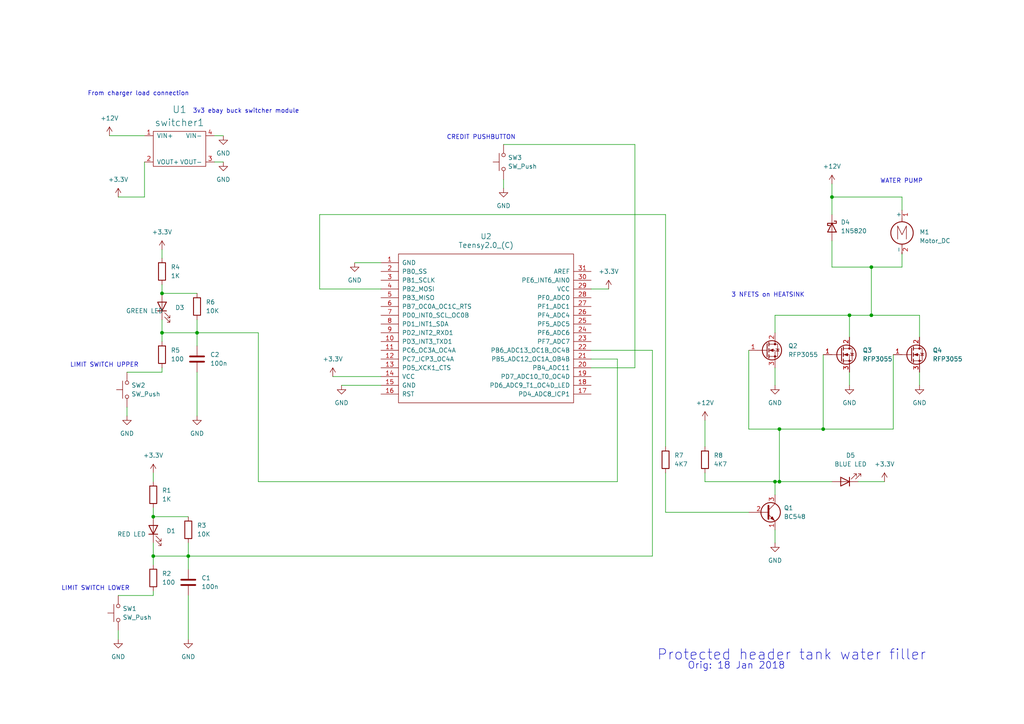
<source format=kicad_sch>
(kicad_sch (version 20230121) (generator eeschema)
  (paper "A4")
  (lib_symbols
    (symbol "Device:C" (pin_numbers hide) (pin_names (offset 0.254))
      (property "Reference" "C" (at 0.635 2.54 0))
      (property "Value" "C" (at 0.635 -2.54 0))
      (symbol "C_0_1"
        (polyline (pts (xy -2.032 -0.762) (xy 2.032 -0.762)) (stroke (width 0.508)))
        (polyline (pts (xy -2.032 0.762) (xy 2.032 0.762)) (stroke (width 0.508)))
      )
      (symbol "C_1_1"
        (pin passive line (at 0 3.81 270) (length 2.794) (name "~") (number "1"))
        (pin passive line (at 0 -3.81 90) (length 2.794) (name "~") (number "2"))
      )
    )
    (symbol "Device:D_Schottky" (pin_numbers hide) (pin_names (offset 1.016) hide)
      (property "Reference" "D" (at 0 2.54 0))
      (property "Value" "D_Schottky" (at 0 -2.54 0))
      (symbol "D_Schottky_0_1"
        (polyline (pts (xy 1.27 0) (xy -1.27 0)))
        (polyline (pts (xy 1.27 1.27) (xy 1.27 -1.27) (xy -1.27 0) (xy 1.27 1.27)) (stroke (width 0.254)))
        (polyline (pts (xy -1.905 0.635) (xy -1.905 1.27) (xy -1.27 1.27) (xy -1.27 -1.27) (xy -0.635 -1.27) (xy -0.635 -0.635)) (stroke (width 0.254)))
      )
      (symbol "D_Schottky_1_1"
        (pin passive line (at -3.81 0 0) (length 2.54) (name "K") (number "1"))
        (pin passive line (at 3.81 0 180) (length 2.54) (name "A") (number "2"))
      )
    )
    (symbol "Device:LED" (pin_numbers hide) (pin_names (offset 1.016) hide)
      (property "Reference" "D" (at 0 2.54 0))
      (property "Value" "LED" (at 0 -2.54 0))
      (symbol "LED_0_1"
        (polyline (pts (xy -1.27 -1.27) (xy -1.27 1.27)) (stroke (width 0.254)))
        (polyline (pts (xy -1.27 0) (xy 1.27 0)))
        (polyline (pts (xy 1.27 -1.27) (xy 1.27 1.27) (xy -1.27 0) (xy 1.27 -1.27)) (stroke (width 0.254)))
        (polyline (pts (xy -3.048 -0.762) (xy -4.572 -2.286) (xy -3.81 -2.286) (xy -4.572 -2.286) (xy -4.572 -1.524)))
        (polyline (pts (xy -1.778 -0.762) (xy -3.302 -2.286) (xy -2.54 -2.286) (xy -3.302 -2.286) (xy -3.302 -1.524)))
      )
      (symbol "LED_1_1"
        (pin passive line (at -3.81 0 0) (length 2.54) (name "K") (number "1"))
        (pin passive line (at 3.81 0 180) (length 2.54) (name "A") (number "2"))
      )
    )
    (symbol "Device:Q_NMOS_GDS" (pin_names (offset 0) hide)
      (property "Reference" "Q" (at 5.08 1.27 0))
      (property "Value" "Q_NMOS_GDS" (at 5.08 -1.27 0))
      (symbol "Q_NMOS_GDS_0_1"
        (polyline (pts (xy 0.254 0) (xy -2.54 0)))
        (polyline (pts (xy 0.254 1.905) (xy 0.254 -1.905)) (stroke (width 0.254)))
        (polyline (pts (xy 0.762 -1.27) (xy 0.762 -2.286)) (stroke (width 0.254)))
        (polyline (pts (xy 0.762 0.508) (xy 0.762 -0.508)) (stroke (width 0.254)))
        (polyline (pts (xy 0.762 2.286) (xy 0.762 1.27)) (stroke (width 0.254)))
        (polyline (pts (xy 2.54 2.54) (xy 2.54 1.778)))
        (polyline (pts (xy 2.54 -2.54) (xy 2.54 0) (xy 0.762 0)))
        (polyline (pts (xy 0.762 -1.778) (xy 3.302 -1.778) (xy 3.302 1.778) (xy 0.762 1.778)))
        (polyline (pts (xy 1.016 0) (xy 2.032 0.381) (xy 2.032 -0.381) (xy 1.016 0)) (fill (type outline)))
        (polyline (pts (xy 2.794 0.508) (xy 2.921 0.381) (xy 3.683 0.381) (xy 3.81 0.254)))
        (polyline (pts (xy 3.302 0.381) (xy 2.921 -0.254) (xy 3.683 -0.254) (xy 3.302 0.381)))
        (circle (center 1.651 0) (radius 2.794) (stroke (width 0.254)))
        (circle (center 2.54 -1.778) (radius 0.254) (fill (type outline)))
        (circle (center 2.54 1.778) (radius 0.254) (fill (type outline)))
      )
      (symbol "Q_NMOS_GDS_1_1"
        (pin input line (at -5.08 0 0) (length 2.54) (name "G") (number "1"))
        (pin passive line (at 2.54 5.08 270) (length 2.54) (name "D") (number "2"))
        (pin passive line (at 2.54 -5.08 90) (length 2.54) (name "S") (number "3"))
      )
    )
    (symbol "Device:Q_NPN_EBC" (pin_names (offset 0) hide)
      (property "Reference" "Q" (at 5.08 1.27 0))
      (property "Value" "Q_NPN_EBC" (at 5.08 -1.27 0))
      (symbol "Q_NPN_EBC_0_1"
        (polyline (pts (xy 0.635 0.635) (xy 2.54 2.54)))
        (polyline (pts (xy 0.635 -0.635) (xy 2.54 -2.54) (xy 2.54 -2.54)))
        (polyline (pts (xy 0.635 1.905) (xy 0.635 -1.905) (xy 0.635 -1.905)) (stroke (width 0.508)))
        (polyline (pts (xy 1.27 -1.778) (xy 1.778 -1.27) (xy 2.286 -2.286) (xy 1.27 -1.778) (xy 1.27 -1.778)) (fill (type outline)))
        (circle (center 1.27 0) (radius 2.8194) (stroke (width 0.254)))
      )
      (symbol "Q_NPN_EBC_1_1"
        (pin passive line (at 2.54 -5.08 90) (length 2.54) (name "E") (number "1"))
        (pin passive line (at -5.08 0 0) (length 5.715) (name "B") (number "2"))
        (pin passive line (at 2.54 5.08 270) (length 2.54) (name "C") (number "3"))
      )
    )
    (symbol "Device:R" (pin_numbers hide) (pin_names (offset 0))
      (property "Reference" "R" (at 2.032 0 90))
      (property "Value" "R" (at 0 0 90))
      (symbol "R_0_1"
        (rectangle (start -1.016 -2.54) (end 1.016 2.54) (stroke (width 0.254)))
      )
      (symbol "R_1_1"
        (pin passive line (at 0 3.81 270) (length 1.27) (name "~") (number "1"))
        (pin passive line (at 0 -3.81 90) (length 1.27) (name "~") (number "2"))
      )
    )
    (symbol "Motor:Motor_DC" (pin_names (offset 0))
      (property "Reference" "M" (at 2.54 2.54 0))
      (property "Value" "Motor_DC" (at 2.54 -5.08 0))
      (symbol "Motor_DC_0_0"
        (polyline (pts (xy -1.27 -3.302) (xy -1.27 0.508) (xy 0 -2.032) (xy 1.27 0.508) (xy 1.27 -3.302)))
      )
      (symbol "Motor_DC_0_1"
        (circle (center 0 -1.524) (radius 3.2512) (stroke (width 0.254)))
        (polyline (pts (xy 0 -7.62) (xy 0 -7.112)))
        (polyline (pts (xy 0 -4.7752) (xy 0 -5.1816)))
        (polyline (pts (xy 0 1.7272) (xy 0 2.0828)))
        (polyline (pts (xy 0 2.032) (xy 0 2.54)))
      )
      (symbol "Motor_DC_1_1"
        (pin passive line (at 0 5.08 270) (length 2.54) (name "+") (number "1"))
        (pin passive line (at 0 -7.62 90) (length 2.54) (name "-") (number "2"))
      )
    )
    (symbol "Switch:SW_Push" (pin_numbers hide) (pin_names (offset 1.016) hide)
      (property "Reference" "SW" (at 1.27 2.54 0))
      (property "Value" "SW_Push" (at 0 -1.524 0))
      (symbol "SW_Push_0_1"
        (circle (center -2.032 0) (radius 0.508))
        (polyline (pts (xy 0 1.27) (xy 0 3.048)))
        (polyline (pts (xy 2.54 1.27) (xy -2.54 1.27)))
        (circle (center 2.032 0) (radius 0.508))
        (pin passive line (at -5.08 0 0) (length 2.54) (name "1") (number "1"))
        (pin passive line (at 5.08 0 180) (length 2.54) (name "2") (number "2"))
      )
    )
    (symbol "power:+12V" (power) (pin_names (offset 0))
      (property "Value" "+12V" (at 0 3.556 0))
      (symbol "+12V_0_1"
        (polyline (pts (xy -0.762 1.27) (xy 0 2.54)))
        (polyline (pts (xy 0 0) (xy 0 2.54)))
        (polyline (pts (xy 0 2.54) (xy 0.762 1.27)))
      )
      (symbol "+12V_1_1"
        (pin power_in line (at 0 0 90) (length 0) hide (name "+12V") (number "1"))
      )
    )
    (symbol "power:+3.3V" (power) (pin_names (offset 0))
      (property "Value" "+3.3V" (at 0 3.556 0))
      (symbol "+3.3V_0_1"
        (polyline (pts (xy -0.762 1.27) (xy 0 2.54)))
        (polyline (pts (xy 0 0) (xy 0 2.54)))
        (polyline (pts (xy 0 2.54) (xy 0.762 1.27)))
      )
      (symbol "+3.3V_1_1"
        (pin power_in line (at 0 0 90) (length 0) hide (name "+3.3V") (number "1"))
      )
    )
    (symbol "power:GND" (power) (pin_names (offset 0))
      (property "Value" "GND" (at 0 -3.81 0))
      (symbol "GND_0_1"
        (polyline (pts (xy 0 0) (xy 0 -1.27) (xy 1.27 -1.27) (xy 0 -2.54) (xy -1.27 -1.27) (xy 0 -1.27)))
      )
      (symbol "GND_1_1"
        (pin power_in line (at 0 0 270) (length 0) hide (name "GND") (number "1"))
      )
    )
    (symbol "swinggate:switcher1" (pin_names (offset 1.016))
      (property "Reference" "U" (at 2.54 7.62 0))
      (property "Value" "switcher1" (at 2.54 -6.35 0))
      (symbol "switcher1_0_1"
        (rectangle (start -5.08 5.08) (end 10.16 -5.08))
      )
      (symbol "switcher1_1_1"
        (pin power_in line (at -7.62 3.81 0) (length 2.54) (name "VIN+") (number "1"))
        (pin power_in line (at -7.62 -3.81 0) (length 2.54) (name "VOUT+") (number "2"))
        (pin power_in line (at 12.7 -3.81 180) (length 2.54) (name "VOUT-") (number "3"))
        (pin power_in line (at 12.7 3.81 180) (length 2.54) (name "VIN-") (number "4"))
      )
    )
    (symbol "teensy:Teensy2.0_(C)" (pin_names (offset 1.016))
      (property "Reference" "U" (at 0 24.13 0))
      (property "Value" "Teensy2.0_(C)" (at 0 -24.13 0))
      (symbol "Teensy2.0_(C)_0_1"
        (rectangle (start -25.4 21.59) (end 25.4 -21.59))
      )
      (symbol "Teensy2.0_(C)_1_1"
        (pin power_in line (at -30.48 19.05 0) (length 5.08) (name "GND") (number "1"))
        (pin bidirectional line (at -30.48 -3.81 0) (length 5.08) (name "PD3_INT3_TXD1") (number "10"))
        (pin bidirectional line (at -30.48 -6.35 0) (length 5.08) (name "PC6_OC3A_OC4A") (number "11"))
        (pin bidirectional line (at -30.48 -8.89 0) (length 5.08) (name "PC7_ICP3_OC4A") (number "12"))
        (pin bidirectional line (at -30.48 -11.43 0) (length 5.08) (name "PD5_XCK1_CTS") (number "13"))
        (pin power_in line (at -30.48 -13.97 0) (length 5.08) (name "VCC") (number "14"))
        (pin power_in line (at -30.48 -16.51 0) (length 5.08) (name "GND") (number "15"))
        (pin input line (at -30.48 -19.05 0) (length 5.08) (name "RST") (number "16"))
        (pin bidirectional line (at 30.48 -19.05 180) (length 5.08) (name "PD4_ADC8_ICP1") (number "17"))
        (pin bidirectional line (at 30.48 -16.51 180) (length 5.08) (name "PD6_ADC9_T1_OC4D_LED") (number "18"))
        (pin bidirectional line (at 30.48 -13.97 180) (length 5.08) (name "PD7_ADC10_T0_OC4D") (number "19"))
        (pin bidirectional line (at -30.48 16.51 0) (length 5.08) (name "PB0_SS") (number "2"))
        (pin bidirectional line (at 30.48 -11.43 180) (length 5.08) (name "PB4_ADC11") (number "20"))
        (pin bidirectional line (at 30.48 -8.89 180) (length 5.08) (name "PB5_ADC12_OC1A_OB4B") (number "21"))
        (pin bidirectional line (at 30.48 -6.35 180) (length 5.08) (name "PB6_ADC13_OC1B_OC4B") (number "22"))
        (pin bidirectional line (at 30.48 -3.81 180) (length 5.08) (name "PF7_ADC7") (number "23"))
        (pin bidirectional line (at 30.48 -1.27 180) (length 5.08) (name "PF6_ADC6") (number "24"))
        (pin bidirectional line (at 30.48 1.27 180) (length 5.08) (name "PF5_ADC5") (number "25"))
        (pin bidirectional line (at 30.48 3.81 180) (length 5.08) (name "PF4_ADC4") (number "26"))
        (pin bidirectional line (at 30.48 6.35 180) (length 5.08) (name "PF1_ADC1") (number "27"))
        (pin bidirectional line (at 30.48 8.89 180) (length 5.08) (name "PF0_ADC0") (number "28"))
        (pin power_in line (at 30.48 11.43 180) (length 5.08) (name "VCC") (number "29"))
        (pin bidirectional line (at -30.48 13.97 0) (length 5.08) (name "PB1_SCLK") (number "3"))
        (pin bidirectional line (at 30.48 13.97 180) (length 5.08) (name "PE6_INT6_AIN0") (number "30"))
        (pin input line (at 30.48 16.51 180) (length 5.08) (name "AREF") (number "31"))
        (pin bidirectional line (at -30.48 11.43 0) (length 5.08) (name "PB2_MOSI") (number "4"))
        (pin bidirectional line (at -30.48 8.89 0) (length 5.08) (name "PB3_MISO") (number "5"))
        (pin bidirectional line (at -30.48 6.35 0) (length 5.08) (name "PB7_OC0A_OC1C_RTS") (number "6"))
        (pin bidirectional line (at -30.48 3.81 0) (length 5.08) (name "PD0_INT0_SCL_OC0B") (number "7"))
        (pin bidirectional line (at -30.48 1.27 0) (length 5.08) (name "PD1_INT1_SDA") (number "8"))
        (pin bidirectional line (at -30.48 -1.27 0) (length 5.08) (name "PD2_INT2_RXD1") (number "9"))
      )
    )
  )
  (junction (at 226.06 139.7))
  (junction (at 46.99 85.09))
  (junction (at 252.73 91.44))
  (junction (at 241.3 57.15))
  (junction (at 252.73 77.47))
  (junction (at 54.61 161.29))
  (junction (at 44.45 149.86))
  (junction (at 224.79 139.7))
  (junction (at 226.06 124.46))
  (junction (at 44.45 161.29))
  (junction (at 46.99 96.52))
  (junction (at 246.38 91.44))
  (junction (at 57.15 96.52))
  (junction (at 238.76 124.46))
  (wire (pts (xy 238.76 124.46) (xy 259.08 124.46)))
  (wire (pts (xy 44.45 171.45) (xy 44.45 172.72)))
  (wire (pts (xy 96.52 109.22) (xy 110.49 109.22)))
  (wire (pts (xy 238.76 124.46) (xy 238.76 102.87)))
  (wire (pts (xy 36.83 118.11) (xy 36.83 120.65)))
  (wire (pts (xy 224.79 96.52) (xy 224.79 91.44)))
  (wire (pts (xy 54.61 157.48) (xy 54.61 161.29)))
  (wire (pts (xy 217.17 101.6) (xy 217.17 124.46)))
  (wire (pts (xy 46.99 85.09) (xy 57.15 85.09)))
  (wire (pts (xy 252.73 77.47) (xy 252.73 91.44)))
  (wire (pts (xy 266.7 107.95) (xy 266.7 111.76)))
  (wire (pts (xy 54.61 161.29) (xy 54.61 165.1)))
  (wire (pts (xy 46.99 107.95) (xy 36.83 107.95)))
  (wire (pts (xy 204.47 137.16) (xy 204.47 139.7)))
  (wire (pts (xy 179.07 104.14) (xy 171.45 104.14)))
  (wire (pts (xy 193.04 137.16) (xy 193.04 148.59)))
  (wire (pts (xy 44.45 137.16) (xy 44.45 139.7)))
  (wire (pts (xy 46.99 72.39) (xy 46.99 74.93)))
  (wire (pts (xy 46.99 106.68) (xy 46.99 107.95)))
  (wire (pts (xy 54.61 161.29) (xy 189.23 161.29)))
  (wire (pts (xy 57.15 96.52) (xy 57.15 100.33)))
  (wire (pts (xy 224.79 139.7) (xy 226.06 139.7)))
  (wire (pts (xy 54.61 172.72) (xy 54.61 185.42)))
  (wire (pts (xy 46.99 96.52) (xy 57.15 96.52)))
  (wire (pts (xy 44.45 161.29) (xy 54.61 161.29)))
  (wire (pts (xy 44.45 161.29) (xy 44.45 163.83)))
  (wire (pts (xy 46.99 96.52) (xy 46.99 99.06)))
  (wire (pts (xy 266.7 97.79) (xy 266.7 91.44)))
  (wire (pts (xy 62.23 39.37) (xy 64.77 39.37)))
  (wire (pts (xy 57.15 92.71) (xy 57.15 96.52)))
  (wire (pts (xy 248.92 139.7) (xy 256.54 139.7)))
  (wire (pts (xy 41.91 46.99) (xy 41.91 57.15)))
  (wire (pts (xy 226.06 124.46) (xy 226.06 139.7)))
  (wire (pts (xy 179.07 139.7) (xy 179.07 104.14)))
  (wire (pts (xy 184.15 106.68) (xy 184.15 41.91)))
  (wire (pts (xy 46.99 92.71) (xy 46.99 96.52)))
  (wire (pts (xy 252.73 77.47) (xy 241.3 77.47)))
  (wire (pts (xy 31.75 39.37) (xy 41.91 39.37)))
  (wire (pts (xy 261.62 73.66) (xy 261.62 77.47)))
  (wire (pts (xy 193.04 129.54) (xy 193.04 62.23)))
  (wire (pts (xy 171.45 106.68) (xy 184.15 106.68)))
  (wire (pts (xy 44.45 172.72) (xy 34.29 172.72)))
  (wire (pts (xy 62.23 46.99) (xy 64.77 46.99)))
  (wire (pts (xy 193.04 62.23) (xy 92.71 62.23)))
  (wire (pts (xy 241.3 53.34) (xy 241.3 57.15)))
  (wire (pts (xy 171.45 83.82) (xy 176.53 83.82)))
  (wire (pts (xy 44.45 149.86) (xy 54.61 149.86)))
  (wire (pts (xy 102.87 76.2) (xy 110.49 76.2)))
  (wire (pts (xy 204.47 121.92) (xy 204.47 129.54)))
  (wire (pts (xy 74.93 139.7) (xy 179.07 139.7)))
  (wire (pts (xy 246.38 107.95) (xy 246.38 111.76)))
  (wire (pts (xy 92.71 62.23) (xy 92.71 83.82)))
  (wire (pts (xy 226.06 139.7) (xy 241.3 139.7)))
  (wire (pts (xy 99.06 111.76) (xy 110.49 111.76)))
  (wire (pts (xy 46.99 82.55) (xy 46.99 85.09)))
  (wire (pts (xy 44.45 147.32) (xy 44.45 149.86)))
  (wire (pts (xy 57.15 107.95) (xy 57.15 120.65)))
  (wire (pts (xy 259.08 124.46) (xy 259.08 102.87)))
  (wire (pts (xy 266.7 91.44) (xy 252.73 91.44)))
  (wire (pts (xy 193.04 148.59) (xy 217.17 148.59)))
  (wire (pts (xy 146.05 52.07) (xy 146.05 54.61)))
  (wire (pts (xy 226.06 124.46) (xy 238.76 124.46)))
  (wire (pts (xy 261.62 77.47) (xy 252.73 77.47)))
  (wire (pts (xy 204.47 139.7) (xy 224.79 139.7)))
  (wire (pts (xy 241.3 77.47) (xy 241.3 69.85)))
  (wire (pts (xy 246.38 91.44) (xy 246.38 97.79)))
  (wire (pts (xy 241.3 57.15) (xy 261.62 57.15)))
  (wire (pts (xy 171.45 101.6) (xy 189.23 101.6)))
  (wire (pts (xy 224.79 139.7) (xy 224.79 143.51)))
  (wire (pts (xy 57.15 96.52) (xy 74.93 96.52)))
  (wire (pts (xy 146.05 41.91) (xy 184.15 41.91)))
  (wire (pts (xy 92.71 83.82) (xy 110.49 83.82)))
  (wire (pts (xy 224.79 91.44) (xy 246.38 91.44)))
  (wire (pts (xy 74.93 96.52) (xy 74.93 139.7)))
  (wire (pts (xy 252.73 91.44) (xy 246.38 91.44)))
  (wire (pts (xy 189.23 101.6) (xy 189.23 161.29)))
  (wire (pts (xy 224.79 153.67) (xy 224.79 157.48)))
  (wire (pts (xy 44.45 157.48) (xy 44.45 161.29)))
  (wire (pts (xy 241.3 57.15) (xy 241.3 62.23)))
  (wire (pts (xy 34.29 182.88) (xy 34.29 185.42)))
  (wire (pts (xy 261.62 60.96) (xy 261.62 57.15)))
  (wire (pts (xy 224.79 106.68) (xy 224.79 111.76)))
  (wire (pts (xy 41.91 57.15) (xy 34.29 57.15)))
  (wire (pts (xy 217.17 124.46) (xy 226.06 124.46)))
  (text "3v3 ebay buck switcher module" (at 55.88 33.02 0) (effects (font (size 1.27 1.27)) (justify left bottom)))
  (text "CREDIT PUSHBUTTON\n" (at 129.54 40.64 0) (effects (font (size 1.27 1.27)) (justify left bottom)))
  (text "LIMIT SWITCH LOWER" (at 17.78 171.45 0) (effects (font (size 1.27 1.27)) (justify left bottom)))
  (text "3 NFETS on HEATSINK" (at 212.09 86.36 0) (effects (font (size 1.27 1.27)) (justify left bottom)))
  (text "WATER PUMP" (at 255.27 53.34 0) (effects (font (size 1.27 1.27)) (justify left bottom)))
  (text "LIMIT SWITCH UPPER\n" (at 20.32 106.68 0) (effects (font (size 1.27 1.27)) (justify left bottom)))
  (text "Orig: 18 Jan 2018" (at 199.39 194.31 0) (effects (font (size 2 2)) (justify left bottom)))
  (text "Protected header tank water filler" (at 190.5 191.77 0) (effects (font (size 3 3)) (justify left bottom)))
  (text "From charger load connection" (at 25.4 27.94 0) (effects (font (size 1.27 1.27)) (justify left bottom)))
  (symbol (lib_id "Device:Q_NPN_EBC") (at 222.25 148.59 0) (unit 1)
    (property "Reference" "Q1" (at 227.33 147.32 0) (effects (justify left)))
    (property "Value" "BC548" (at 227.33 149.86 0) (effects (justify left)))
  )
  (symbol (lib_id "power:+3.3V") (at 256.54 139.7 0) (unit 1)
    (property "Reference" "#PWR017" (effects hide))
    (property "Value" "+3.3V" (at 256.54 134.62 0))
  )
  (symbol (lib_id "Switch:SW_Push") (at 36.83 113.03 90) (unit 1)
    (property "Reference" "SW2" (at 38.1 111.76 90) (effects (justify right)))
    (property "Value" "SW_Push" (at 38.1 114.3 90) (effects (justify right)))
  )
  (symbol (lib_id "Device:R") (at 204.47 133.35 0) (unit 1)
    (property "Reference" "R8" (at 207.01 132.08 0) (effects (justify left)))
    (property "Value" "4K7" (at 207.01 134.62 0) (effects (justify left)))
  )
  (symbol (lib_id "power:+3.3V") (at 176.53 83.82 0) (unit 1)
    (property "Reference" "#PWR020" (effects hide))
    (property "Value" "+3.3V" (at 176.53 78.74 0))
  )
  (symbol (lib_id "power:+3.3V") (at 96.52 109.22 0) (unit 1)
    (property "Reference" "#PWR019" (effects hide))
    (property "Value" "+3.3V" (at 96.52 104.14 0))
  )
  (symbol (lib_id "Device:C") (at 54.61 168.91 0) (unit 1)
    (property "Reference" "C1" (at 58.42 167.64 0) (effects (justify left)))
    (property "Value" "100n" (at 58.42 170.18 0) (effects (justify left)))
  )
  (symbol (lib_id "power:+12V") (at 31.75 39.37 0) (unit 1)
    (property "Reference" "#PWR02" (effects hide))
    (property "Value" "+12V" (at 31.75 34.29 0))
  )
  (symbol (lib_id "power:GND") (at 146.05 54.61 0) (unit 1)
    (property "Reference" "#PWR011" (effects hide))
    (property "Value" "GND" (at 146.05 59.69 0))
  )
  (symbol (lib_id "power:+12V") (at 204.47 121.92 0) (unit 1)
    (property "Reference" "#PWR018" (effects hide))
    (property "Value" "+12V" (at 204.47 116.84 0))
  )
  (symbol (lib_id "teensy:Teensy2.0_(C)") (at 140.97 95.25 0) (unit 1)
    (property "Reference" "U2" (at 140.97 68.58 0) (effects (font (size 1.524 1.524))))
    (property "Value" "Teensy2.0_(C)" (at 140.97 71.12 0) (effects (font (size 1.524 1.524))))
  )
  (symbol (lib_id "power:GND") (at 54.61 185.42 0) (unit 1)
    (property "Reference" "#PWR06" (effects hide))
    (property "Value" "GND" (at 54.61 190.5 0))
  )
  (symbol (lib_id "power:GND") (at 224.79 111.76 0) (unit 1)
    (property "Reference" "#PWR015" (effects hide))
    (property "Value" "GND" (at 224.79 116.84 0))
  )
  (symbol (lib_id "power:GND") (at 36.83 120.65 0) (unit 1)
    (property "Reference" "#PWR08" (effects hide))
    (property "Value" "GND" (at 36.83 125.73 0))
  )
  (symbol (lib_id "Switch:SW_Push") (at 34.29 177.8 90) (unit 1)
    (property "Reference" "SW1" (at 35.56 176.53 90) (effects (justify right)))
    (property "Value" "SW_Push" (at 35.56 179.07 90) (effects (justify right)))
  )
  (symbol (lib_id "Device:Q_NMOS_GDS") (at 222.25 101.6 0) (unit 1)
    (property "Reference" "Q2" (at 228.6 100.33 0) (effects (justify left)))
    (property "Value" "RFP3055" (at 228.6 102.87 0) (effects (justify left)))
  )
  (symbol (lib_id "power:GND") (at 224.79 157.48 0) (unit 1)
    (property "Reference" "#PWR016" (effects hide))
    (property "Value" "GND" (at 224.79 162.56 0))
  )
  (symbol (lib_id "power:+3.3V") (at 44.45 137.16 0) (unit 1)
    (property "Reference" "#PWR07" (effects hide))
    (property "Value" "+3.3V" (at 44.45 132.08 0))
  )
  (symbol (lib_id "power:GND") (at 34.29 185.42 0) (unit 1)
    (property "Reference" "#PWR05" (effects hide))
    (property "Value" "GND" (at 34.29 190.5 0))
  )
  (symbol (lib_id "Device:R") (at 54.61 153.67 0) (unit 1)
    (property "Reference" "R3" (at 57.15 152.4 0) (effects (justify left)))
    (property "Value" "10K" (at 57.15 154.94 0) (effects (justify left)))
  )
  (symbol (lib_id "Motor:Motor_DC") (at 261.62 66.04 0) (unit 1)
    (property "Reference" "M1" (at 266.7 67.31 0) (effects (justify left)))
    (property "Value" "Motor_DC" (at 266.7 69.85 0) (effects (justify left)))
  )
  (symbol (lib_id "Device:R") (at 46.99 78.74 0) (unit 1)
    (property "Reference" "R4" (at 49.53 77.47 0) (effects (justify left)))
    (property "Value" "1K" (at 49.53 80.01 0) (effects (justify left)))
  )
  (symbol (lib_id "power:GND") (at 102.87 76.2 0) (unit 1)
    (property "Reference" "#PWR021" (effects hide))
    (property "Value" "GND" (at 102.87 81.28 0))
  )
  (symbol (lib_id "Device:R") (at 46.99 102.87 0) (unit 1)
    (property "Reference" "R5" (at 49.53 101.6 0) (effects (justify left)))
    (property "Value" "100" (at 49.53 104.14 0) (effects (justify left)))
  )
  (symbol (lib_id "swinggate:switcher1") (at 49.53 43.18 0) (unit 1)
    (property "Reference" "U1" (at 52.07 31.75 0) (effects (font (size 2.0066 2.0066))))
    (property "Value" "switcher1" (at 52.07 35.56 0) (effects (font (size 2.0066 2.0066))))
  )
  (symbol (lib_id "Device:C") (at 57.15 104.14 0) (unit 1)
    (property "Reference" "C2" (at 60.96 102.87 0) (effects (justify left)))
    (property "Value" "100n" (at 60.96 105.41 0) (effects (justify left)))
  )
  (symbol (lib_id "Device:R") (at 193.04 133.35 0) (unit 1)
    (property "Reference" "R7" (at 195.58 132.08 0) (effects (justify left)))
    (property "Value" "4K7" (at 195.58 134.62 0) (effects (justify left)))
  )
  (symbol (lib_id "Device:R") (at 44.45 167.64 0) (unit 1)
    (property "Reference" "R2" (at 46.99 166.37 0) (effects (justify left)))
    (property "Value" "100" (at 46.99 168.91 0) (effects (justify left)))
  )
  (symbol (lib_id "power:GND") (at 246.38 111.76 0) (unit 1)
    (property "Reference" "#PWR014" (effects hide))
    (property "Value" "GND" (at 246.38 116.84 0))
  )
  (symbol (lib_id "power:GND") (at 64.77 39.37 0) (unit 1)
    (property "Reference" "#PWR04" (effects hide))
    (property "Value" "GND" (at 64.77 44.45 0))
  )
  (symbol (lib_id "Device:R") (at 57.15 88.9 0) (unit 1)
    (property "Reference" "R6" (at 59.69 87.63 0) (effects (justify left)))
    (property "Value" "10K" (at 59.69 90.17 0) (effects (justify left)))
  )
  (symbol (lib_id "power:GND") (at 266.7 111.76 0) (unit 1)
    (property "Reference" "#PWR013" (effects hide))
    (property "Value" "GND" (at 266.7 116.84 0))
  )
  (symbol (lib_id "Device:LED") (at 44.45 153.67 90) (unit 1)
    (property "Reference" "D1" (at 48.26 153.9875 90) (effects (justify right)))
    (property "Value" " RED LED" (at 33.02 154.94 90) (effects (justify right)))
  )
  (symbol (lib_id "power:GND") (at 64.77 46.99 0) (unit 1)
    (property "Reference" "#PWR03" (effects hide))
    (property "Value" "GND" (at 64.77 52.07 0))
  )
  (symbol (lib_id "Device:Q_NMOS_GDS") (at 264.16 102.87 0) (unit 1)
    (property "Reference" "Q4" (at 270.51 101.6 0) (effects (justify left)))
    (property "Value" "RFP3055" (at 270.51 104.14 0) (effects (justify left)))
  )
  (symbol (lib_id "power:+3.3V") (at 34.29 57.15 0) (unit 1)
    (property "Reference" "#PWR01" (effects hide))
    (property "Value" "+3.3V" (at 34.29 52.07 0))
  )
  (symbol (lib_id "power:GND") (at 57.15 120.65 0) (unit 1)
    (property "Reference" "#PWR010" (effects hide))
    (property "Value" "GND" (at 57.15 125.73 0))
  )
  (symbol (lib_id "Switch:SW_Push") (at 146.05 46.99 90) (unit 1)
    (property "Reference" "SW3" (at 147.32 45.72 90) (effects (justify right)))
    (property "Value" "SW_Push" (at 147.32 48.26 90) (effects (justify right)))
  )
  (symbol (lib_id "Device:R") (at 44.45 143.51 0) (unit 1)
    (property "Reference" "R1" (at 46.99 142.24 0) (effects (justify left)))
    (property "Value" "1K" (at 46.99 144.78 0) (effects (justify left)))
  )
  (symbol (lib_id "power:GND") (at 99.06 111.76 0) (unit 1)
    (property "Reference" "#PWR022" (effects hide))
    (property "Value" "GND" (at 99.06 116.84 0))
  )
  (symbol (lib_id "power:+12V") (at 241.3 53.34 0) (unit 1)
    (property "Reference" "#PWR012" (effects hide))
    (property "Value" "+12V" (at 241.3 48.26 0))
  )
  (symbol (lib_id "power:+3.3V") (at 46.99 72.39 0) (unit 1)
    (property "Reference" "#PWR09" (effects hide))
    (property "Value" "+3.3V" (at 46.99 67.31 0))
  )
  (symbol (lib_id "Device:LED") (at 245.11 139.7 180) (unit 1)
    (property "Reference" "D5" (at 246.6975 132.08 0))
    (property "Value" "BLUE LED" (at 246.6975 134.62 0))
  )
  (symbol (lib_id "Device:LED") (at 46.99 88.9 90) (unit 1)
    (property "Reference" "D3" (at 50.8 89.2175 90) (effects (justify right)))
    (property "Value" " GREEN LED" (at 35.56 90.17 90) (effects (justify right)))
  )
  (symbol (lib_id "Device:Q_NMOS_GDS") (at 243.84 102.87 0) (unit 1)
    (property "Reference" "Q3" (at 250.19 101.6 0) (effects (justify left)))
    (property "Value" "RFP3055" (at 250.19 104.14 0) (effects (justify left)))
  )
  (symbol (lib_id "Device:D_Schottky") (at 241.3 66.04 270) (unit 1)
    (property "Reference" "D4" (at 243.84 64.4525 90) (effects (justify left)))
    (property "Value" "1N5820" (at 243.84 66.9925 90) (effects (justify left)))
  )
)
</source>
